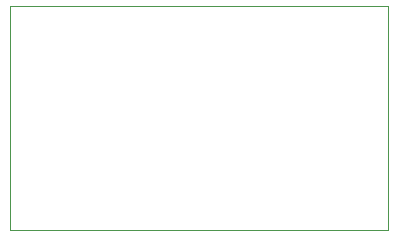
<source format=gbr>
%TF.GenerationSoftware,KiCad,Pcbnew,8.0.6*%
%TF.CreationDate,2024-12-07T18:41:02+09:00*%
%TF.ProjectId,ActuKit,41637475-4b69-4742-9e6b-696361645f70,rev?*%
%TF.SameCoordinates,Original*%
%TF.FileFunction,Profile,NP*%
%FSLAX46Y46*%
G04 Gerber Fmt 4.6, Leading zero omitted, Abs format (unit mm)*
G04 Created by KiCad (PCBNEW 8.0.6) date 2024-12-07 18:41:02*
%MOMM*%
%LPD*%
G01*
G04 APERTURE LIST*
%TA.AperFunction,Profile*%
%ADD10C,0.050000*%
%TD*%
G04 APERTURE END LIST*
D10*
X161300000Y-118400000D02*
X129300000Y-118400000D01*
X129300000Y-118400000D02*
X129300000Y-99400000D01*
X161300000Y-99400000D02*
X161300000Y-118400000D01*
X129300000Y-99400000D02*
X161300000Y-99400000D01*
M02*

</source>
